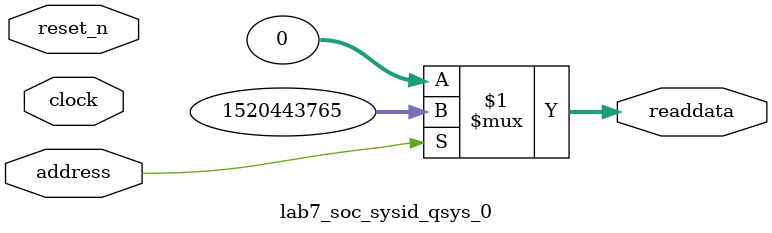
<source format=v>

`timescale 1ns / 1ps
// synthesis translate_on

// turn off superfluous verilog processor warnings 
// altera message_level Level1 
// altera message_off 10034 10035 10036 10037 10230 10240 10030 

module lab7_soc_sysid_qsys_0 (
               // inputs:
                address,
                clock,
                reset_n,

               // outputs:
                readdata
             )
;

  output  [ 31: 0] readdata;
  input            address;
  input            clock;
  input            reset_n;

  wire    [ 31: 0] readdata;
  //control_slave, which is an e_avalon_slave
  assign readdata = address ? 1520443765 : 0;

endmodule




</source>
